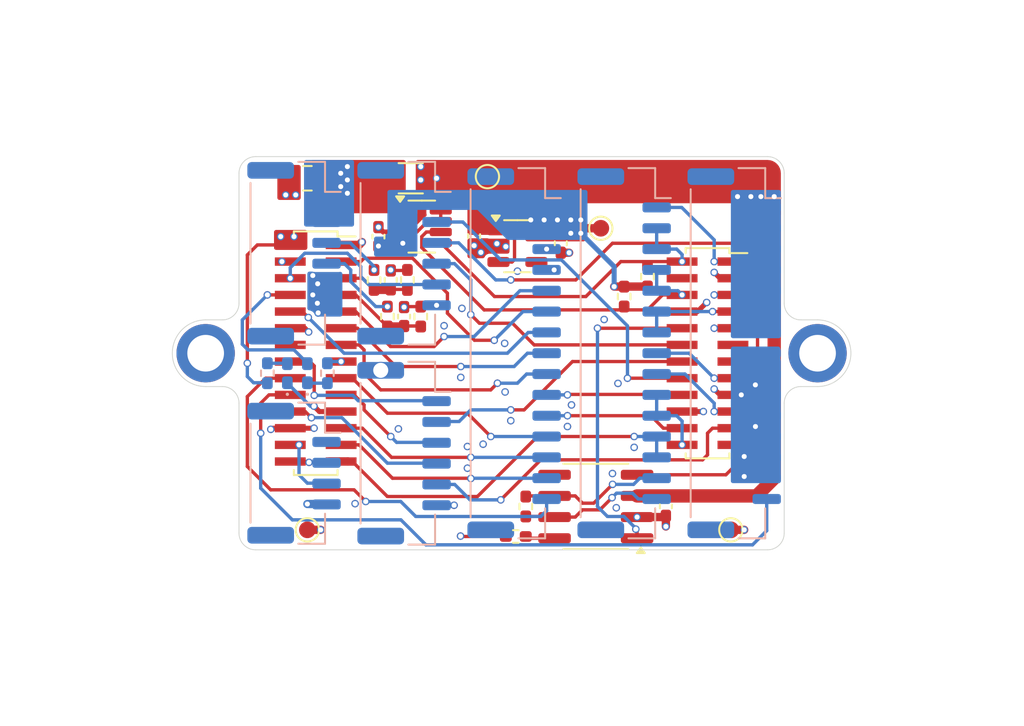
<source format=kicad_pcb>
(kicad_pcb (version 20240108) (generator "pcbnew") (generator_version "8.0")
  (layers (0 "F.Cu" signal) (1 "In1.Cu" signal) (2 "In2.Cu" signal) (31 "B.Cu" signal) (34 "B.Paste" user) (35 "F.Paste" user) (36 "B.SilkS" user "B.Silkscreen") (37 "F.SilkS" user "F.Silkscreen") (38 "B.Mask" user) (39 "F.Mask" user) (44 "Edge.Cuts" user))
  (net 0 "")
  (net 1 "+5V")
  (net 7 "USB_D+")
  (net 8 "USB_D-")
  (net 10 "GND")
  (net 15 "+3V3")
  (net 18 "PA6{slash}TIM3_CH1{slash}ADC1_IN6")
  (net 21 "NRST")
  (net 22 "SWO")
  (net 23 "SWDIO")
  (net 24 "SWCLK")
  (net 25 "PA8{slash}TIM1_CH1")
  (net 26 "PC4{slash}ADC1_IN14")
  (net 27 "PA2{slash}USART2_TX")
  (net 28 "PA15{slash}TIM2_CH1")
  (net 29 "PA10{slash}USART1_RX")
  (net 30 "PB9{slash}I2C1_SDA")
  (net 31 "PC6{slash}USART6_TX")
  (net 32 "PB13{slash}SPI2_SCK")
  (net 33 "/BOOT0")
  (net 34 "PB15{slash}SPI2_MOSI")
  (net 35 "PB8{slash}I2C1_SCL")
  (net 36 "PB7{slash}TIM4_CH2")
  (net 37 "PC7{slash}USART6_RX")
  (net 38 "PB14{slash}SPI2_MISO")
  (net 39 "PA9{slash}USART1_TX")
  (net 40 "PA3{slash}USART2_RX")
  (net 41 "PA1{slash}UART4_RX{slash}TIM5_CH2")
  (net 42 "PB1{slash}TIM3_CH4{slash}ADC1_IN9")
  (net 43 "PB11{slash}USART3_RX")
  (net 44 "PB10{slash}USART3_TX")
  (net 45 "PA7{slash}ADC1_IN7")
  (net 46 "PA0{slash}UART4_TX{slash}TIM5_CH1")
  (net 47 "PC0{slash}ADC1_IN10")
  (net 48 "PB0{slash}TIM3_CH3{slash}ADC1_IN8")
  (net 49 "/PC1")
  (net 50 "unconnected-(J14-MountPin-PadMP)_0")
  (net 51 "PA4{slash}ADC1_IN4{slash}DAC_OUT1")
  (net 52 "PC2{slash}ADC1_IN12")
  (net 53 "PB6{slash}CAN2_TX")
  (net 54 "PB12{slash}CAN2_RX")
  (net 55 "PC3{slash}ADC1_IN13")
  (net 56 "Net-(J6-Pin_1)")
  (net 58 "Net-(D1-K)")
  (net 59 "/BOOT1")
  (net 60 "Net-(D2-A)")
  (net 61 "Net-(J5-Pin_15)")
  (net 62 "Net-(J5-Pin_14)")
  (net 63 "Net-(U1-Rs)")
  (net 65 "Net-(J6-Pin_4)")
  (net 66 "Net-(J6-Pin_3)")
  (footprint "Resistor_SMD:R_0402_1005Metric_Pad0.72x0.64mm_HandSolder" (layer "F.Cu") (at 94 96.2 -90)
    (property "Reference" "R7")
    (property "Value" "10k")
  )
  (footprint "MountingHole:MountingHole_2.2mm_M2_ISO7380_Pad" (layer "F.Cu") (at 83.9 100.6)
    (property "Reference" "H2")
    (property "Value" "MountingHole_Pad")
  )
  (footprint "TestPoint:TestPoint_Pad_D1.0mm" (layer "F.Cu") (at 107.6 93.1)
    (property "Reference" "TP4")
    (property "Value" "TestPoint")
  )
  (footprint "Capacitor_SMD:C_0402_1005Metric_Pad0.74x0.62mm_HandSolder" (layer "F.Cu") (at 105.2 94 -90)
    (property "Reference" "C2")
    (property "Value" "1u")
  )
  (footprint "Package_TO_SOT_SMD:SOT-23-8" (layer "F.Cu") (at 96.8625 93)
    (property "Reference" "U3")
    (property "Value" "INA219AxDCN")
  )
  (footprint "Connector_PinSocket_1.00mm:PinSocket_2x12_P1.00mm_Vertical_SMD" (layer "F.Cu") (at 114 100.6)
    (property "Reference" "J1" (hide yes))
    (property "Value" "Conn_02x12_Odd_Even")
  )
  (footprint "Resistor_SMD:R_0402_1005Metric_Pad0.72x0.64mm_HandSolder" (layer "F.Cu") (at 110.4 96 90)
    (property "Reference" "R4")
    (property "Value" "2k2")
  )
  (footprint "Capacitor_SMD:C_0402_1005Metric_Pad0.74x0.62mm_HandSolder" (layer "F.Cu") (at 95.8 98.4 90)
    (property "Reference" "C10")
    (property "Value" "100n")
  )
  (footprint "TestPoint:TestPoint_Pad_D1.0mm" (layer "F.Cu") (at 100.8 90)
    (property "Reference" "TP1")
    (property "Value" "TestPoint")
  )
  (footprint "TestPoint:TestPoint_Pad_D1.0mm" (layer "F.Cu") (at 90 111.2)
    (property "Reference" "TP2")
    (property "Value" "TestPoint")
  )
  (footprint "Capacitor_SMD:C_0805_2012Metric_Pad1.18x1.45mm_HandSolder" (layer "F.Cu") (at 90 90.1 180)
    (property "Reference" "C5")
    (property "Value" "10u")
  )
  (footprint "MountingHole:MountingHole_2.2mm_M2_ISO7380_Pad" (layer "F.Cu") (at 120.6 100.6)
    (property "Reference" "H1")
    (property "Value" "MountingHole_Pad")
  )
  (footprint "Capacitor_SMD:C_0402_1005Metric_Pad0.74x0.62mm_HandSolder" (layer "F.Cu") (at 100 93.575 -90)
    (property "Reference" "C1")
    (property "Value" "1u")
  )
  (footprint "Resistor_SMD:R_1206_3216Metric_Pad1.30x1.75mm_HandSolder" (layer "F.Cu") (at 96.2 90.1 180)
    (property "Reference" "R11")
    (property "Value" "10m 1W 1%")
  )
  (footprint "TestPoint:TestPoint_Pad_D1.0mm" (layer "F.Cu") (at 115.4 111.2)
    (property "Reference" "TP3")
    (property "Value" "TestPoint")
  )
  (footprint "Resistor_SMD:R_0402_1005Metric_Pad0.72x0.64mm_HandSolder" (layer "F.Cu") (at 96 96.2 90)
    (property "Reference" "R9")
    (property "Value" "2M")
  )
  (footprint "Resistor_SMD:R_0402_1005Metric_Pad0.72x0.64mm_HandSolder" (layer "F.Cu") (at 103.1 109.8 90)
    (property "Reference" "R5")
    (property "Value" "120")
  )
  (footprint "Resistor_SMD:R_0402_1005Metric_Pad0.72x0.64mm_HandSolder" (layer "F.Cu") (at 96.8 98.4 90)
    (property "Reference" "R10")
    (property "Value" "2M")
  )
  (footprint "Capacitor_SMD:C_0402_1005Metric_Pad0.74x0.62mm_HandSolder" (layer "F.Cu") (at 111.5025 109.79 -90)
    (property "Reference" "C6")
    (property "Value" "100n")
  )
  (footprint "Capacitor_SMD:C_0402_1005Metric_Pad0.74x0.62mm_HandSolder" (layer "F.Cu") (at 95 96.2 90)
    (property "Reference" "C9")
    (property "Value" "100n")
  )
  (footprint "Capacitor_SMD:C_0402_1005Metric_Pad0.74x0.62mm_HandSolder" (layer "F.Cu") (at 94.2625 93.6 90)
    (property "Reference" "C3")
    (property "Value" "100n")
  )
  (footprint "Resistor_SMD:R_0402_1005Metric_Pad0.72x0.64mm_HandSolder" (layer "F.Cu") (at 94.8 98.4 -90)
    (property "Reference" "R8")
    (property "Value" "10k")
  )
  (footprint "Package_TO_SOT_SMD:SOT-23-5" (layer "F.Cu") (at 102.6 94.175)
    (property "Reference" "U2")
    (property "Value" "TLV70233_SOT23-5")
  )
  (footprint "Package_SO:SOIC-8_3.9x4.9mm_P1.27mm" (layer "F.Cu") (at 107.3 109.8 180)
    (property "Reference" "U1")
    (property "Value" "MCP2551-I-SN")
  )
  (footprint "Resistor_SMD:R_0402_1005Metric_Pad0.72x0.64mm_HandSolder" (layer "F.Cu") (at 102.5 111.6 180)
    (property "Reference" "R6")
    (property "Value" "10k")
  )
  (footprint "Connector_PinSocket_1.00mm:PinSocket_2x14_P1.00mm_Vertical_SMD" (layer "F.Cu") (at 90.5 100.6)
    (property "Reference" "J2" (hide yes))
    (property "Value" "Conn_02x14_Odd_Even")
  )
  (footprint "Resistor_SMD:R_0402_1005Metric_Pad0.72x0.64mm_HandSolder" (layer "F.Cu") (at 109 97.2 -90)
    (property "Reference" "R3")
    (property "Value" "2k2")
  )
  (footprint "Resistor_SMD:R_0402_1005Metric_Pad0.72x0.64mm_HandSolder" (layer "B.Cu") (at 91.2 101.8 90)
    (property "Reference" "R1")
    (property "Value" "1k")
  )
  (footprint "LED_SMD:LED_0402_1005Metric_Pad0.77x0.64mm_HandSolder" (layer "B.Cu") (at 88.8 101.8 90)
    (property "Reference" "D2")
    (property "Value" "RED")
  )
  (footprint "Connector_JST:JST_GH_BM06B-GHS-TBT_1x06-1MP_P1.25mm_Vertical" (layer "B.Cu") (at 95.8 106.6 -90)
    (property "Reference" "J14")
    (property "Value" "Conn_01x06_MountingPin")
  )
  (footprint "Connector_JST:JST_GH_BM06B-GHS-TBT_1x06-1MP_P1.25mm_Vertical" (layer "B.Cu") (at 89.2 94.6 -90)
    (property "Reference" "J6")
    (property "Value" "Conn_01x06_MountingPin")
  )
  (footprint "Connector_JST:JST_GH_BM15B-GHS-TBT_1x15-1MP_P1.25mm_Vertical" (layer "B.Cu") (at 109 100.6 -90)
    (property "Reference" "J5")
    (property "Value" "Conn_01x15_MountingPin")
  )
  (footprint "Resistor_SMD:R_0402_1005Metric_Pad0.72x0.64mm_HandSolder" (layer "B.Cu") (at 87.6 101.8 -90)
    (property "Reference" "R2")
    (property "Value" "1k")
  )
  (footprint "Connector_JST:JST_GH_BM15B-GHS-TBT_1x15-1MP_P1.25mm_Vertical" (layer "B.Cu") (at 102.4 100.6 -90)
    (property "Reference" "J7")
    (property "Value" "Conn_01x15_MountingPin")
  )
  (footprint "Connector_JST:JST_GH_BM04B-GHS-TBT_1x04-1MP_P1.25mm_Vertical" (layer "B.Cu") (at 89.2 107.8 -90)
    (property "Reference" "J9")
    (property "Value" "Conn_01x04_MountingPin")
  )
  (footprint "Connector_JST:JST_GH_BM15B-GHS-TBT_1x15-1MP_P1.25mm_Vertical" (layer "B.Cu") (at 115.6 100.6 -90)
    (property "Reference" "J8")
    (property "Value" "Conn_01x15_MountingPin")
  )
  (footprint "LED_SMD:LED_0402_1005Metric_Pad0.77x0.64mm_HandSolder" (layer "B.Cu") (at 90 101.8 90)
    (property "Reference" "D1")
    (property "Value" "GREEN")
  )
  (footprint "Connector_JST:JST_GH_BM06B-GHS-TBT_1x06-1MP_P1.25mm_Vertical" (layer "B.Cu") (at 95.8 94.6 -90)
    (property "Reference" "J4")
    (property "Value" "Conn_01x06_MountingPin")
  )
  (gr_arc (start 117.6 88.8) (mid 118.307107 89.092893) (end 118.6 89.8) (stroke (width 0.05)) (layer "Edge.Cuts"))
  (gr_line (start 86.9 88.8) (end 117.6 88.8) (stroke (width 0.05)) (layer "Edge.Cuts"))
  (gr_line (start 85.9 97.6) (end 85.9 89.8) (stroke (width 0.05)) (layer "Edge.Cuts"))
  (gr_arc (start 84.9 102.6) (mid 85.607107 102.892893) (end 85.9 103.6) (stroke (width 0.05)) (layer "Edge.Cuts"))
  (gr_arc (start 83.9 102.6) (mid 81.9 100.6) (end 83.9 98.6) (stroke (width 0.05)) (layer "Edge.Cuts"))
  (gr_arc (start 86.9 112.4) (mid 86.192893 112.107107) (end 85.9 111.4) (stroke (width 0.05)) (layer "Edge.Cuts"))
  (gr_line (start 118.6 97.6) (end 118.6 89.8) (stroke (width 0.05)) (layer "Edge.Cuts"))
  (gr_line (start 118.6 103.6) (end 118.6 111.4) (stroke (width 0.05)) (layer "Edge.Cuts"))
  (gr_arc (start 85.9 97.6) (mid 85.607107 98.307107) (end 84.9 98.6) (stroke (width 0.05)) (layer "Edge.Cuts"))
  (gr_arc (start 118.6 111.4) (mid 118.307107 112.107107) (end 117.6 112.4) (stroke (width 0.05)) (layer "Edge.Cuts"))
  (gr_arc (start 120.6 98.6) (mid 122.6 100.6) (end 120.6 102.6) (stroke (width 0.05)) (layer "Edge.Cuts"))
  (gr_line (start 120.6 102.6) (end 119.6 102.6) (stroke (width 0.05)) (layer "Edge.Cuts"))
  (gr_arc (start 118.6 103.6) (mid 118.892893 102.892893) (end 119.6 102.6) (stroke (width 0.05)) (layer "Edge.Cuts"))
  (gr_line (start 117.6 112.4) (end 86.9 112.4) (stroke (width 0.05)) (layer "Edge.Cuts"))
  (gr_line (start 83.9 102.6) (end 84.9 102.6) (stroke (width 0.05)) (layer "Edge.Cuts"))
  (gr_arc (start 85.9 89.8) (mid 86.192893 89.092893) (end 86.9 88.8) (stroke (width 0.05)) (layer "Edge.Cuts"))
  (gr_line (start 120.6 98.6) (end 119.6 98.6) (stroke (width 0.05)) (layer "Edge.Cuts"))
  (gr_arc (start 119.6 98.6) (mid 118.892893 98.307107) (end 118.6 97.6) (stroke (width 0.05)) (layer "Edge.Cuts"))
  (gr_line (start 85.9 103.6) (end 85.9 111.4) (stroke (width 0.05)) (layer "Edge.Cuts"))
  (gr_line (start 83.9 98.6) (end 84.9 98.6) (stroke (width 0.05)) (layer "Edge.Cuts"))
  (segment (start 116.935 109.165) (end 109.775 109.165) (width 0.8) (layer "F.Cu") (net 1))
  (segment (start 86.4 94.7) (end 87 94.1) (width 0.2) (layer "F.Cu") (net 1))
  (segment (start 118 91.2) (end 118 108.1) (width 0.8) (layer "F.Cu") (net 1))
  (segment (start 101.4625 93.225) (end 100.2175 93.225) (width 0.5) (layer "F.Cu") (net 1))
  (segment (start 109.775 109.165) (end 111.445 109.165) (width 0.5) (layer "F.Cu") (net 1))
  (segment (start 102.425 93.425) (end 102.225 93.225) (width 0.2) (layer "F.Cu") (net 1))
  (segment (start 87 94.1) (end 88.475 94.1) (width 0.2) (layer "F.Cu") (net 1))
  (segment (start 102.425 94.975) (end 102.425 93.425) (width 0.2) (layer "F.Cu") (net 1))
  (segment (start 118 108.1) (end 116.935 109.165) (width 0.8) (layer "F.Cu") (net 1))
  (segment (start 86.4 101.2) (end 86.4 94.7) (width 0.2) (layer "F.Cu") (net 1))
  (segment (start 111.445 109.165) (end 111.5025 109.2225) (width 0.5) (layer "F.Cu") (net 1))
  (segment (start 102.275 95.125) (end 102.425 94.975) (width 0.2) (layer "F.Cu") (net 1))
  (segment (start 101.4625 95.125) (end 102.275 95.125) (width 0.2) (layer "F.Cu") (net 1))
  (segment (start 100.2175 93.225) (end 100 93.0075) (width 0.5) (layer "F.Cu") (net 1))
  (segment (start 102.225 93.225) (end 101.4625 93.225) (width 0.2) (layer "F.Cu") (net 1))
  (via (at 88.4 93.6) (size 0.45) (drill 0.3) (layers "F.Cu" "B.Cu") (net 1))
  (via (at 115.8 91.2) (size 0.45) (drill 0.3) (layers "F.Cu" "B.Cu") (net 1))
  (via (at 116.6 91.2) (size 0.45) (drill 0.3) (layers "F.Cu" "B.Cu") (net 1))
  (via (at 97.75 90.1) (size 0.45) (drill 0.3) (layers "F.Cu" "B.Cu") (net 1))
  (via (at 117.2 91.2) (size 0.45) (drill 0.3) (layers "F.Cu" "B.Cu") (net 1))
  (via (at 89.2 93.6) (size 0.45) (drill 0.3) (layers "F.Cu" "B.Cu") (net 1))
  (via (at 86.4 101.2) (size 0.45) (drill 0.3) (layers "F.Cu" "B.Cu") (net 1))
  (via (at 96.8 90.2) (size 0.45) (drill 0.3) (layers "F.Cu" "B.Cu") (net 1))
  (via (at 96.8 89.4) (size 0.45) (drill 0.3) (layers "F.Cu" "B.Cu") (net 1))
  (via (at 118 91.2) (size 0.45) (drill 0.3) (layers "F.Cu" "B.Cu") (net 1))
  (segment (start 86.772501 102.372501) (end 87.6 102.372501) (width 0.2) (layer "B.Cu") (net 1))
  (segment (start 86.4 102) (end 86.772501 102.372501) (width 0.2) (layer "B.Cu") (net 1))
  (segment (start 86.4 101.2) (end 86.4 102) (width 0.2) (layer "B.Cu") (net 1))
  (segment (start 90.1 107.15) (end 90.05 107.1) (width 0.2) (layer "F.Cu") (net 7))
  (segment (start 90.05 107.1) (end 88.975 107.1) (width 0.2) (layer "F.Cu") (net 7))
  (via (at 90.1 107.15) (size 0.45) (drill 0.3) (layers "F.Cu" "B.Cu") (net 7))
  (segment (start 90.1 107.15) (end 91.15 107.15) (width 0.2) (layer "B.Cu") (net 7))
  (segment (start 88.975 106.1) (end 89.5 106.1) (width 0.2) (layer "F.Cu") (net 8))
  (via (at 89.5 106.1) (size 0.45) (drill 0.3) (layers "F.Cu" "B.Cu") (net 8))
  (segment (start 89.5 106.1) (end 89.5 107.9) (width 0.2) (layer "B.Cu") (net 8))
  (segment (start 89.5 107.9) (end 90 108.4) (width 0.2) (layer "B.Cu") (net 8))
  (segment (start 90 108.4) (end 91.15 108.4) (width 0.2) (layer "B.Cu") (net 8))
  (segment (start 90.4 105.1) (end 88.975 105.1) (width 0.3) (layer "F.Cu") (net 10))
  (segment (start 96.571814 93.325) (end 95.725 93.325) (width 0.2) (layer "F.Cu") (net 10))
  (segment (start 89.850002 99.1) (end 88.475 99.1) (width 0.3) (layer "F.Cu") (net 10))
  (segment (start 113.401367 98.1) (end 112.475 98.1) (width 0.3) (layer "F.Cu") (net 10))
  (segment (start 94.2625 93.0325) (end 94.555 93.325) (width 0.3) (layer "F.Cu") (net 10))
  (segment (start 100 94.1425) (end 100.0325 94.175) (width 0.5) (layer "F.Cu") (net 10))
  (segment (start 109.775 110.435) (end 111.425 110.435) (width 0.5) (layer "F.Cu") (net 10))
  (segment (start 114.749997 96.1) (end 116.225 96.1) (width 0.3) (layer "F.Cu") (net 10))
  (segment (start 100.0325 94.175) (end 101.4625 94.175) (width 0.5) (layer "F.Cu") (net 10))
  (segment (start 111.425 110.435) (end 111.5025 110.3575) (width 0.5) (layer "F.Cu") (net 10))
  (segment (start 98 92.675) (end 97.221814 92.675) (width 0.2) (layer "F.Cu") (net 10))
  (segment (start 101.4625 94.120036) (end 101.365838 94.023374) (width 0.2) (layer "F.Cu") (net 10))
  (segment (start 113.749997 104.1) (end 112.475 104.1) (width 0.3) (layer "F.Cu") (net 10))
  (segment (start 95.23 95.6325) (end 95.2 95.6025) (width 0.2) (layer "F.Cu") (net 10))
  (segment (start 90.719413 104.1) (end 92.025 104.1) (width 0.3) (layer "F.Cu") (net 10))
  (segment (start 87.876022 105.1) (end 87.80742 105.168602) (width 0.3) (layer "F.Cu") (net 10))
  (segment (start 96 95.6325) (end 95.03 95.6325) (width 0.2) (layer "F.Cu") (net 10))
  (segment (start 111.5025 111) (end 111.5025 110.3575) (width 0.5) (layer "F.Cu") (net 10))
  (segment (start 114.4 99.1) (end 115.525 99.1) (width 0.3) (layer "F.Cu") (net 10))
  (segment (start 90 111.2) (end 90.8 111.2) (width 0.5) (layer "F.Cu") (net 10))
  (segment (start 115.525 96.1) (end 114.749997 96.1) (width 0.3) (layer "F.Cu") (net 10))
  (segment (start 101.4625 94.175) (end 101.4625 94.120036) (width 0.2) (layer "F.Cu") (net 10))
  (segment (start 115.4 111.2) (end 116.2 111.2) (width 0.5) (layer "F.Cu") (net 10))
  (segment (start 93.1 94.1) (end 91.525 94.1) (width 0.5) (layer "F.Cu") (net 10))
  (segment (start 95.83 97.8025) (end 95.8 97.8325) (width 0.2) (layer "F.Cu") (net 10))
  (segment (start 114.4 95.750003) (end 114.749997 96.1) (width 0.3) (layer "F.Cu") (net 10))
  (segment (start 94.555 93.325) (end 95.725 93.325) (width 0.3) (layer "F.Cu") (net 10))
  (segment (start 105.7 94.5675) (end 105.2 94.5675) (width 0.5) (layer "F.Cu") (net 10))
  (segment (start 100 94.1425) (end 100.406588 94.549088) (width 0.2) (layer "F.Cu") (net 10))
  (segment (start 114.749997 103.1) (end 114.4 102.750003) (width 0.3) (layer "F.Cu") (net 10))
  (segment (start 90.075001 99.324999) (end 89.850002 99.1) (width 0.3) (layer "F.Cu") (net 10))
  (segment (start 97.221814 92.675) (end 96.571814 93.325) (width 0.2) (layer "F.Cu") (net 10))
  (segment (start 109.775 110.435) (end 109.69162 110.435) (width 0.3) (layer "F.Cu") (net 10))
  (segment (start 114.4 97.1) (end 115.525 97.1) (width 0.3) (layer "F.Cu") (net 10))
  (segment (start 113.947463 97.553904) (end 113.401367 98.1) (width 0.3) (layer "F.Cu") (net 10))
  (segment (start 101.4625 94.175) (end 101.875 94.175) (width 0.2) (layer "F.Cu") (net 10))
  (segment (start 96.8 97.8025) (end 95.83 97.8025) (width 0.2) (layer "F.Cu") (net 10))
  (segment (start 90.396045 103.776632) (end 90.719413 104.1) (width 0.3) (layer "F.Cu") (net 10))
  (segment (start 88.975 105.1) (end 87.876022 105.1) (width 0.3) (layer "F.Cu") (net 10))
  (segment (start 98 92.025) (end 98 92.675) (width 0.2) (layer "F.Cu") (net 10))
  (segment (start 115.525 103.1) (end 114.749997 103.1) (width 0.3) (layer "F.Cu") (net 10))
  (segment (start 93.271232 93.928768) (end 93.1 94.1) (width 0.5) (layer "F.Cu") (net 10))
  (segment (start 99.211905 111.6) (end 101.9025 111.6) (width 0.2) (layer "F.Cu") (net 10))
  (segment (start 101.875 94.175) (end 101.9 94.2) (width 0.2) (layer "F.Cu") (net 10))
  (segment (start 99.186905 111.575) (end 99.211905 111.6) (width 0.2) (layer "F.Cu") (net 10))
  (via (at 97.75 97.725) (size 0.45) (drill 0.3) (layers "F.Cu" "B.Cu") (net 10))
  (via (at 114.4 102.750003) (size 0.45) (drill 0.3) (layers "F.Cu" "B.Cu") (net 10))
  (via (at 90.8 111.2) (size 0.45) (drill 0.3) (layers "F.Cu" "B.Cu") (net 10))
  (via (at 90.396045 103.776632) (size 0.45) (drill 0.3) (layers "F.Cu" "B.Cu") (net 10))
  (via (at 116.87073 102.5) (size 0.45) (drill 0.3) (layers "F.Cu" "B.Cu") (net 10))
  (via (at 114.4 97.1) (size 0.45) (drill 0.3) (layers "F.Cu" "B.Cu") (net 10))
  (via (at 95.459621 105.140379) (size 0.45) (drill 0.3) (layers "F.Cu" "B.Cu") (net 10))
  (via (at 88.7 91.1) (size 0.45) (drill 0.3) (layers "F.Cu" "B.Cu") (net 10))
  (via (at 101.859621 102.925) (size 0.45) (drill 0.3) (layers "F.Cu" "B.Cu") (net 10))
  (via (at 101.365838 94.023374) (size 0.45) (drill 0.3) (layers "F.Cu" "B.Cu") (net 10))
  (via (at 105.841405 103.703512) (size 0.45) (drill 0.3) (layers "F.Cu" "B.Cu") (net 10))
  (via (at 92.025 101.1) (size 0.45) (drill 0.3) (layers "F.Cu" "B.Cu") (net 10))
  (via (at 98.8 109.725) (size 0.45) (drill 0.3) (layers "F.Cu" "B.Cu") (net 10))
  (via (at 93.271232 93.928768) (size 0.45) (drill 0.3) (layers "F.Cu" "B.Cu") (net 10))
  (via (at 114.4 99.1) (size 0.45) (drill 0.3) (layers "F.Cu" "B.Cu") (net 10))
  (via (at 116.025 103.1) (size 0.45) (drill 0.3) (layers "F.Cu" "B.Cu") (net 10))
  (via (at 98.2 98.949997) (size 0.45) (drill 0.3) (layers "F.Cu" "B.Cu") (net 10))
  (via (at 102.2 104.650003) (size 0.45) (drill 0.3) (layers "F.Cu" "B.Cu") (net 10))
  (via (at 90.325002 95.936193) (size 0.45) (drill 0.3) (layers "F.Cu" "B.Cu") (net 10))
  (via (at 90.325002 97.1) (size 0.45) (drill 0.3) (layers "F.Cu" "B.Cu") (net 10))
  (via (at 108.298812 107.820414) (size 0.45) (drill 0.3) (layers "F.Cu" "B.Cu") (net 10))
  (via (at 90.6 97.6) (size 0.45) (drill 0.3) (layers "F.Cu" "B.Cu") (net 10))
  (via (at 111.5025 111) (size 0.45) (drill 0.3) (layers "F.Cu" "B.Cu") (net 10))
  (via (at 108.528885 109.875) (size 0.45) (drill 0.3) (layers "F.Cu" "B.Cu") (net 10))
  (via (at 90.645866 98.178394) (size 0.45) (drill 0.3) (layers "F.Cu" "B.Cu") (net 10))
  (via (at 109.775 110.435) (size 0.45) (drill 0.3) (layers "F.Cu" "B.Cu") (net 10))
  (via (at 105.7 94.5675) (size 0.45) (drill 0.3) (layers "F.Cu" "B.Cu") (net 10))
  (via (at 94.2625 93.0325) (size 0.45) (drill 0.3) (layers "F.Cu" "B.Cu") (net 10))
  (via (at 92.86262 109.627475) (size 0.45) (drill 0.3) (layers "F.Cu" "B.Cu") (net 10))
  (via (at 116.2 111.2) (size 0.45) (drill 0.3) (layers "F.Cu" "B.Cu") (net 10))
  (via (at 99.6 107.500003) (size 0.45) (drill 0.3) (layers "F.Cu" "B.Cu") (net 10))
  (via (at 104.35 94.35) (size 0.45) (drill 0.3) (layers "F.Cu" "B.Cu") (net 10))
  (via (at 101.9 94.2) (size 0.45) (drill 0.3) (layers "F.Cu" "B.Cu") (net 10))
  (via (at 99.6 106.199997) (size 0.45) (drill 0.3) (layers "F.Cu" "B.Cu") (net 10))
  (via (at 100.406588 94.549088) (size 0.45) (drill 0.3) (layers "F.Cu" "B.Cu") (net 10))
  (via (at 107.8 98.575) (size 0.45) (drill 0.3) (layers "F.Cu" "B.Cu") (net 10))
  (via (at 116.2 108) (size 0.45) (drill 0.3) (layers "F.Cu" "B.Cu") (net 10))
  (via (at 113.749997 104.1) (size 0.45) (drill 0.3) (layers "F.Cu" "B.Cu") (net 10))
  (via (at 90 109.65) (size 0.45) (drill 0.3) (layers "F.Cu" "B.Cu") (net 10))
  (via (at 95.8 97.832502) (size 0.45) (drill 0.3) (layers "F.Cu" "B.Cu") (net 10))
  (via (at 116.875002 105) (size 0.45) (drill 0.3) (layers "F.Cu" "B.Cu") (net 10))
  (via (at 104.8 95.6) (size 0.45) (drill 0.3) (layers "F.Cu" "B.Cu") (net 10))
  (via (at 100.540379 106.059621) (size 0.45) (drill 0.3) (layers "F.Cu" "B.Cu") (net 10))
  (via (at 89.3 91.1) (size 0.45) (drill 0.3) (layers "F.Cu" "B.Cu") (net 10))
  (via (at 102.6 95.675) (size 0.45) (drill 0.3) (layers "F.Cu" "B.Cu") (net 10))
  (via (at 105.6 105.000003) (size 0.45) (drill 0.3) (layers "F.Cu" "B.Cu") (net 10))
  (via (at 99.186905 111.575) (size 0.45) (drill 0.3) (layers "F.Cu" "B.Cu") (net 10))
  (via (at 88.475 95.1) (size 0.45) (drill 0.3) (layers "F.Cu" "B.Cu") (net 10))
  (via (at 90.4 105.1) (size 0.45) (drill 0.3) (layers "F.Cu" "B.Cu") (net 10))
  (via (at 100 94.1425) (size 0.45) (drill 0.3) (layers "F.Cu" "B.Cu") (net 10))
  (via (at 87.80742 105.168602) (size 0.45) (drill 0.3) (layers "F.Cu" "B.Cu") (net 10))
  (via (at 95 95.6025) (size 0.45) (drill 0.3) (layers "F.Cu" "B.Cu") (net 10))
  (via (at 114.4 95.750003) (size 0.45) (drill 0.3) (layers "F.Cu" "B.Cu") (net 10))
  (via (at 99.269094 97.90753) (size 0.45) (drill 0.3) (layers "F.Cu" "B.Cu") (net 10))
  (via (at 109.6 106.250003) (size 0.45) (drill 0.3) (layers "F.Cu" "B.Cu") (net 10))
  (via (at 90.075001 99.324999) (size 0.45) (drill 0.3) (layers "F.Cu" "B.Cu") (net 10))
  (via (at 108.629141 102.410842) (size 0.45) (drill 0.3) (layers "F.Cu" "B.Cu") (net 10))
  (via (at 101.83242 100.007698) (size 0.45) (drill 0.3) (layers "F.Cu" "B.Cu") (net 10))
  (via (at 116.2 106.8) (size 0.45) (drill 0.3) (layers "F.Cu" "B.Cu") (net 10))
  (via (at 99.2 102.050003) (size 0.45) (drill 0.3) (layers "F.Cu" "B.Cu") (net 10))
  (via (at 113.947463 97.553904) (size 0.45) (drill 0.3) (layers "F.Cu" "B.Cu") (net 10))
  (via (at 90.618258 96.430793) (size 0.45) (drill 0.3) (layers "F.Cu" "B.Cu") (net 10))
  (segment (start 91.15 97.725) (end 90.725 97.725) (width 0.2) (layer "B.Cu") (net 10))
  (segment (start 90 109.65) (end 91.15 109.65) (width 0.5) (layer "B.Cu") (net 10))
  (segment (start 88.8 102.3975) (end 90.179132 103.776632) (width 0.2) (layer "B.Cu") (net 10))
  (segment (start 90.179132 103.776632) (end 90.396045 103.776632) (width 0.2) (layer "B.Cu") (net 10))
  (segment (start 92.025 101.1) (end 91.327499 101.1) (width 0.2) (layer "B.Cu") (net 10))
  (segment (start 90.725 97.725) (end 90.6 97.6) (width 0.2) (layer "B.Cu") (net 10))
  (segment (start 90.662465 96.475) (end 90.618258 96.430793) (width 0.2) (layer "B.Cu") (net 10))
  (segment (start 91.130717 97.725) (end 91.15 97.725) (width 0.2) (layer "B.Cu") (net 10))
  (segment (start 91.327499 101.1) (end 91.2 101.227499) (width 0.2) (layer "B.Cu") (net 10))
  (segment (start 104.35 95.6) (end 104.8 95.6) (width 0.3) (layer "B.Cu") (net 10))
  (segment (start 98.8 109.725) (end 97.75 109.725) (width 0.3) (layer "B.Cu") (net 10))
  (segment (start 91.15 96.475) (end 90.662465 96.475) (width 0.2) (layer "B.Cu") (net 10))
  (segment (start 108.4 96.6) (end 110.3975 96.6) (width 0.5) (layer "F.Cu") (net 15))
  (segment (start 110.3975 96.6) (end 110.4 96.5975) (width 0.5) (layer "F.Cu") (net 15))
  (segment (start 107.6 93.1) (end 105.5325 93.1) (width 0.5) (layer "F.Cu") (net 15))
  (segment (start 94.455 93.975) (end 94.2625 94.1675) (width 0.3) (layer "F.Cu") (net 15))
  (segment (start 95.725 93.975) (end 94.455 93.975) (width 0.3) (layer "F.Cu") (net 15))
  (segment (start 105.5325 93.1) (end 105.2 93.4325) (width 0.5) (layer "F.Cu") (net 15))
  (via (at 106.4 93.4) (size 0.45) (drill 0.3) (layers "F.Cu" "B.Cu") (net 15))
  (via (at 105 92.6) (size 0.45) (drill 0.3) (layers "F.Cu" "B.Cu") (net 15))
  (via (at 104.2 92.6) (size 0.45) (drill 0.3) (layers "F.Cu" "B.Cu") (net 15))
  (via (at 105.8 93.4) (size 0.45) (drill 0.3) (layers "F.Cu" "B.Cu") (net 15))
  (via (at 105.8 92.6) (size 0.45) (drill 0.3) (layers "F.Cu" "B.Cu") (net 15))
  (via (at 108.4 96.6) (size 0.45) (drill 0.3) (layers "F.Cu" "B.Cu") (net 15))
  (via (at 94.2625 94.1675) (size 0.45) (drill 0.3) (layers "F.Cu" "B.Cu") (net 15))
  (via (at 103.4 92.6) (size 0.45) (drill 0.3) (layers "F.Cu" "B.Cu") (net 15))
  (via (at 106.4 92.6) (size 0.45) (drill 0.3) (layers "F.Cu" "B.Cu") (net 15))
  (via (at 95.725 93.999999) (size 0.45) (drill 0.3) (layers "F.Cu" "B.Cu") (net 15))
  (segment (start 108.4 95.4) (end 106.4 93.4) (width 0.3) (layer "B.Cu") (net 15))
  (segment (start 108.4 96.6) (end 108.4 95.4) (width 0.3) (layer "B.Cu") (net 15))
  (segment (start 90.15 101.1) (end 88.275 101.1) (width 0.2) (layer "F.Cu") (net 18))
  (segment (start 90.410595 103.126793) (end 90.410595 101.360595) (width 0.2) (layer "F.Cu") (net 18))
  (segment (start 90.410595 101.360595) (end 90.15 101.1) (width 0.2) (layer "F.Cu") (net 18))
  (via (at 90.410595 103.126793) (size 0.45) (drill 0.3) (layers "F.Cu" "B.Cu") (net 18))
  (segment (start 93.05 103.45) (end 97.75 103.45) (width 0.2) (layer "B.Cu") (net 18))
  (segment (start 90.410595 103.126793) (end 92.726793 103.126793) (width 0.2) (layer "B.Cu") (net 18))
  (segment (start 92.726793 103.126793) (end 93.05 103.45) (width 0.2) (layer "B.Cu") (net 18))
  (segment (start 88.975 96.1) (end 88.475 96.1) (width 0.2) (layer "F.Cu") (net 21))
  (via (at 88.975 96.1) (size 0.45) (drill 0.3) (layers "F.Cu" "B.Cu") (net 21))
  (segment (start 88.975 96.1) (end 88.975 95.467224) (width 0.2) (layer "B.Cu") (net 21))
  (segment (start 93.675 96.475) (end 97.75 96.475) (width 0.2) (layer "B.Cu") (net 21))
  (segment (start 88.975 95.467224) (end 89.842224 94.6) (width 0.2) (layer "B.Cu") (net 21))
  (segment (start 92.4 94.6) (end 93.2 95.4) (width 0.2) (layer "B.Cu") (net 21))
  (segment (start 93.2 96) (end 93.675 96.475) (width 0.2) (layer "B.Cu") (net 21))
  (segment (start 89.842224 94.6) (end 92.4 94.6) (width 0.2) (layer "B.Cu") (net 21))
  (segment (start 93.2 95.4) (end 93.2 96) (width 0.2) (layer "B.Cu") (net 21))
  (segment (start 103.6 100.1) (end 112.975 100.1) (width 0.2) (layer "F.Cu") (net 22))
  (segment (start 99.8 98.282553) (end 100.317447 98.8) (width 0.2) (layer "F.Cu") (net 22))
  (segment (start 100.317447 98.8) (end 102.3 98.8) (width 0.2) (layer "F.Cu") (net 22))
  (segment (start 102.3 98.8) (end 103.6 100.1) (width 0.2) (layer "F.Cu") (net 22))
  (via (at 99.8 98.282553) (size 0.45) (drill 0.3) (layers "F.Cu" "B.Cu") (net 22))
  (segment (start 99.8 98.282553) (end 99.8 96.2) (width 0.2) (layer "B.Cu") (net 22))
  (segment (start 98.825 95.225) (end 97.75 95.225) (width 0.2) (layer "B.Cu") (net 22))
  (segment (start 99.8 96.2) (end 98.825 95.225) (width 0.2) (layer "B.Cu") (net 22))
  (segment (start 109.2 102.1) (end 112.975 102.1) (width 0.2) (layer "F.Cu") (net 23))
  (via (at 109.2 102.1) (size 0.45) (drill 0.3) (layers "F.Cu" "B.Cu") (net 23))
  (segment (start 101.6 95) (end 105.240552 95) (width 0.2) (layer "B.Cu") (net 23))
  (segment (start 99.325 92.725) (end 101.6 95) (width 0.2) (layer "B.Cu") (net 23))
  (segment (start 105.240552 95) (end 109.2 98.959448) (width 0.2) (layer "B.Cu") (net 23))
  (segment (start 109.2 98.959448) (end 109.2 102.1) (width 0.2) (layer "B.Cu") (net 23))
  (segment (start 97.75 92.725) (end 99.325 92.725) (width 0.2) (layer "B.Cu") (net 23))
  (segment (start 116.3875 94) (end 117 94.6125) (width 0.2) (layer "F.Cu") (net 24))
  (segment (start 108.3 94) (end 116.3875 94) (width 0.2) (layer "F.Cu") (net 24))
  (segment (start 102.2 96.2) (end 106.1 96.2) (width 0.2) (layer "F.Cu") (net 24))
  (segment (start 116.7 101.1) (end 116.025 101.1) (width 0.2) (layer "F.Cu") (net 24))
  (segment (start 117 100.8) (end 116.7 101.1) (width 0.2) (layer "F.Cu") (net 24))
  (segment (start 106.1 96.2) (end 108.3 94) (width 0.2) (layer "F.Cu") (net 24))
  (segment (start 117 94.6125) (end 117 100.8) (width 0.2) (layer "F.Cu") (net 24))
  (via (at 102.2 96.2) (size 0.45) (drill 0.3) (layers "F.Cu" "B.Cu") (net 24))
  (segment (start 101.3 96.2) (end 99.075 93.975) (width 0.2) (layer "B.Cu") (net 24))
  (segment (start 99.075 93.975) (end 97.75 93.975) (width 0.2) (layer "B.Cu") (net 24))
  (segment (start 102.2 96.2) (end 101.3 96.2) (width 0.2) (layer "B.Cu") (net 24))
  (segment (start 97.725 94) (end 97.75 93.975) (width 0.2) (layer "B.Cu") (net 24))
  (segment (start 114 106.7) (end 114 105.4) (width 0.2) (layer "F.Cu") (net 25))
  (segment (start 114.3 105.1) (end 116.025 105.1) (width 0.2) (layer "F.Cu") (net 25))
  (segment (start 114 105.4) (end 114.3 105.1) (width 0.2) (layer "F.Cu") (net 25))
  (segment (start 104 107) (end 113.7 107) (width 0.2) (layer "F.Cu") (net 25))
  (segment (start 113.7 107) (end 114 106.7) (width 0.2) (layer "F.Cu") (net 25))
  (segment (start 101.6 109.4) (end 104 107) (width 0.2) (layer "F.Cu") (net 25))
  (via (at 101.6 109.4) (size 0.45) (drill 0.3) (layers "F.Cu" "B.Cu") (net 25))
  (segment (start 99.757776 109.4) (end 98.832776 108.475) (width 0.2) (layer "B.Cu") (net 25))
  (segment (start 101.6 109.4) (end 99.757776 109.4) (width 0.2) (layer "B.Cu") (net 25))
  (segment (start 98.832776 108.475) (end 97.75 108.475) (width 0.2) (layer "B.Cu") (net 25))
  (segment (start 101 105.6) (end 99.6 104.2) (width 0.2) (layer "F.Cu") (net 26))
  (segment (start 99.6 104.2) (end 94.8 104.2) (width 0.2) (layer "F.Cu") (net 26))
  (segment (start 94.8 104.2) (end 92.7 102.1) (width 0.2) (layer "F.Cu") (net 26))
  (segment (start 92.7 102.1) (end 91.525 102.1) (width 0.2) (layer "F.Cu") (net 26))
  (via (at 101 105.6) (size 0.45) (drill 0.3) (layers "F.Cu" "B.Cu") (net 26))
  (segment (start 101 105.6) (end 104.35 105.6) (width 0.2) (layer "B.Cu") (net 26))
  (segment (start 98.4 97) (end 96.62 95.22) (width 0.2) (layer "F.Cu") (net 27))
  (segment (start 96.62 95.210028) (end 96.309972 94.9) (width 0.2) (layer "F.Cu") (net 27))
  (segment (start 98.4 98.2) (end 98.4 97) (width 0.2) (layer "F.Cu") (net 27))
  (segment (start 96.309972 94.9) (end 93.4 94.9) (width 0.2) (layer "F.Cu") (net 27))
  (segment (start 100.022974 99.822974) (end 98.4 98.2) (width 0.2) (layer "F.Cu") (net 27))
  (segment (start 96.62 95.22) (end 96.62 95.210028) (width 0.2) (layer "F.Cu") (net 27))
  (segment (start 93.2 95.1) (end 91.525 95.1) (width 0.2) (layer "F.Cu") (net 27))
  (segment (start 101.209219 99.822974) (end 100.022974 99.822974) (width 0.2) (layer "F.Cu") (net 27))
  (segment (start 93.4 94.9) (end 93.2 95.1) (width 0.2) (layer "F.Cu") (net 27))
  (via (at 101.209219 99.822974) (size 0.45) (drill 0.3) (layers "F.Cu" "B.Cu") (net 27))
  (segment (start 102.932193 98.1) (end 104.35 98.1) (width 0.2) (layer "B.Cu") (net 27))
  (segment (start 101.209219 99.822974) (end 102.932193 98.1) (width 0.2) (layer "B.Cu") (net 27))
  (segment (start 103 104) (end 105.9 101.1) (width 0.2) (layer "F.Cu") (net 28))
  (segment (start 102.2 104) (end 103 104) (width 0.2) (layer "F.Cu") (net 28))
  (segment (start 105.9 101.1) (end 112.975 101.1) (width 0.2) (layer "F.Cu") (net 28))
  (via (at 102.2 104) (size 0.45) (drill 0.3) (layers "F.Cu" "B.Cu") (net 28))
  (segment (start 102.2 104) (end 99.8 104) (width 0.2) (layer "B.Cu") (net 28))
  (segment (start 99.1 104.7) (end 97.75 104.7) (width 0.2) (layer "B.Cu") (net 28))
  (segment (start 99.8 104) (end 99.1 104.7) (width 0.2) (layer "B.Cu") (net 28))
  (segment (start 114.4 102.1) (end 116.025 102.1) (width 0.2) (layer "F.Cu") (net 29))
  (via (at 114.4 102.1) (size 0.45) (drill 0.3) (layers "F.Cu" "B.Cu") (net 29))
  (segment (start 112.9 100.6) (end 110.95 100.6) (width 0.2) (layer "B.Cu") (net 29))
  (segment (start 114.4 102.1) (end 112.9 100.6) (width 0.2) (layer "B.Cu") (net 29))
  (segment (start 96.8625 94.2625) (end 96.8625 93.6) (width 0.2) (layer "F.Cu") (net 30))
  (segment (start 112.475 97.1) (end 111.3 97.1) (width 0.2) (layer "F.Cu") (net 30))
  (segment (start 110.4 98) (end 100.6 98) (width 0.2) (layer "F.Cu") (net 30))
  (segment (start 112.475 97.1) (end 112 97.1) (width 0.2) (layer "F.Cu") (net 30))
  (segment (start 111.3 97.1) (end 110.4 98) (width 0.2) (layer "F.Cu") (net 30))
  (segment (start 97.1375 93.325) (end 98 93.325) (width 0.2) (layer "F.Cu") (net 30))
  (segment (start 100.6 98) (end 96.8625 94.2625) (width 0.2) (layer "F.Cu") (net 30))
  (segment (start 96.8625 93.6) (end 97.1375 93.325) (width 0.2) (layer "F.Cu") (net 30))
  (via (at 112.475 97.1) (size 0.45) (drill 0.3) (layers "F.Cu" "B.Cu") (net 30))
  (segment (start 110.95 96.85) (end 110.95 95.6) (width 0.2) (layer "B.Cu") (net 30))
  (segment (start 112.225 96.85) (end 110.95 96.85) (width 0.2) (layer "B.Cu") (net 30))
  (segment (start 112.475 97.1) (end 112.225 96.85) (width 0.2) (layer "B.Cu") (net 30))
  (segment (start 111.35 105.1) (end 112.975 105.1) (width 0.2) (layer "F.Cu") (net 31))
  (segment (start 105.6 104.35) (end 110.6 104.35) (width 0.2) (layer "F.Cu") (net 31))
  (segment (start 110.6 104.35) (end 111.35 105.1) (width 0.2) (layer "F.Cu") (net 31))
  (via (at 105.6 104.35) (size 0.45) (drill 0.3) (layers "F.Cu" "B.Cu") (net 31))
  (segment (start 105.6 104.35) (end 104.35 104.35) (width 0.2) (layer "B.Cu") (net 31))
  (segment (start 100.2 109.2) (end 103.8 105.6) (width 0.2) (layer "F.Cu") (net 32))
  (segment (start 92.7 107.1) (end 94.8 109.2) (width 0.2) (layer "F.Cu") (net 32))
  (segment (start 92.424999 107.103296) (end 92.421703 107.1) (width 0.5) (layer "F.Cu") (net 32))
  (segment (start 92.025 107.1) (end 92.7 107.1) (width 0.2) (layer "F.Cu") (net 32))
  (segment (start 92.421703 107.1) (end 91.325 107.1) (width 0.5) (layer "F.Cu") (net 32))
  (segment (start 94.8 109.2) (end 100.2 109.2) (width 0.2) (layer "F.Cu") (net 32))
  (segment (start 103.8 105.6) (end 109.6 105.6) (width 0.2) (layer "F.Cu") (net 32))
  (via (at 109.6 105.6) (size 0.45) (drill 0.3) (layers "F.Cu" "B.Cu") (net 32))
  (segment (start 110.95 105.6) (end 110.95 106.85) (width 0.2) (layer "B.Cu") (net 32))
  (segment (start 109.6 105.6) (end 110.95 105.6) (width 0.2) (layer "B.Cu") (net 32))
  (segment (start 110.95 106.85) (end 111.25 106.85) (width 0.2) (layer "B.Cu") (net 32))
  (via (at 112.475 106.1) (size 0.45) (drill 0.3) (layers "F.Cu" "B.Cu") (net 34))
  (segment (start 110.95 103.1) (end 110.95 104.35) (width 0.2) (layer "B.Cu") (net 34))
  (segment (start 112.15 104.35) (end 110.95 104.35) (width 0.2) (layer "B.Cu") (net 34))
  (segment (start 112.475 104.675) (end 112.15 104.35) (width 0.2) (layer "B.Cu") (net 34))
  (segment (start 112.475 106.1) (end 112.475 104.675) (width 0.2) (layer "B.Cu") (net 34))
  (segment (start 98 93.975) (end 98 94.0375) (width 0.2) (layer "F.Cu") (net 35))
  (segment (start 101.225 97.2) (end 98 93.975) (width 0.2) (layer "F.Cu") (net 35))
  (segment (start 106.7 97.2) (end 101.225 97.2) (width 0.2) (layer "F.Cu") (net 35))
  (segment (start 112.475 95.1) (end 108.8 95.1) (width 0.2) (layer "F.Cu") (net 35))
  (segment (start 108.8 95.1) (end 106.7 97.2) (width 0.2) (layer "F.Cu") (net 35))
  (via (at 112.475 95.1) (size 0.45) (drill 0.3) (layers "F.Cu" "B.Cu") (net 35))
  (segment (start 112.15 94.35) (end 110.95 94.35) (width 0.2) (layer "B.Cu") (net 35))
  (segment (start 112.475 95.1) (end 112.475 94.675) (width 0.2) (layer "B.Cu") (net 35))
  (segment (start 112.475 94.675) (end 112.15 94.35) (width 0.2) (layer "B.Cu") (net 35))
  (segment (start 110.95 94.35) (end 110.95 93.1) (width 0.2) (layer "B.Cu") (net 35))
  (segment (start 114.4 95.1) (end 115.525 95.1) (width 0.2) (layer "F.Cu") (net 36))
  (via (at 114.4 95.1) (size 0.45) (drill 0.3) (layers "F.Cu" "B.Cu") (net 36))
  (segment (start 112.45 91.85) (end 110.95 91.85) (width 0.2) (layer "B.Cu") (net 36))
  (segment (start 114.4 93.8) (end 112.45 91.85) (width 0.2) (layer "B.Cu") (net 36))
  (segment (start 114.4 95.1) (end 114.4 93.8) (width 0.2) (layer "B.Cu") (net 36))
  (segment (start 112.946231 103.071231) (end 112.975 103.1) (width 0.2) (layer "F.Cu") (net 37))
  (segment (start 105.6 103.1) (end 105.628769 103.071231) (width 0.2) (layer "F.Cu") (net 37))
  (segment (start 105.628769 103.071231) (end 112.946231 103.071231) (width 0.2) (layer "F.Cu") (net 37))
  (via (at 105.6 103.1) (size 0.45) (drill 0.3) (layers "F.Cu" "B.Cu") (net 37))
  (segment (start 105.6 103.1) (end 104.35 103.1) (width 0.2) (layer "B.Cu") (net 37))
  (segment (start 114.3 98.1) (end 115.525 98.1) (width 0.2) (layer "F.Cu") (net 38))
  (via (at 114.3 98.1) (size 0.45) (drill 0.3) (layers "F.Cu" "B.Cu") (net 38))
  (segment (start 114.3 98.1) (end 110.95 98.1) (width 0.2) (layer "B.Cu") (net 38))
  (segment (start 110.95 98.1) (end 110.95 99.35) (width 0.2) (layer "B.Cu") (net 38))
  (segment (start 114.4 104.1) (end 116.025 104.1) (width 0.2) (layer "F.Cu") (net 39))
  (via (at 114.4 104.1) (size 0.45) (drill 0.3) (layers "F.Cu" "B.Cu") (net 39))
  (segment (start 114.4 103.6) (end 112.65 101.85) (width 0.2) (layer "B.Cu") (net 39))
  (segment (start 112.65 101.85) (end 110.95 101.85) (width 0.2) (layer "B.Cu") (net 39))
  (segment (start 114.4 104.1) (end 114.4 103.6) (width 0.2) (layer "B.Cu") (net 39))
  (segment (start 90.057841 98.455396) (end 89.702445 98.1) (width 0.2) (layer "F.Cu") (net 40))
  (segment (start 89.702445 98.1) (end 88.975 98.1) (width 0.2) (layer "F.Cu") (net 40))
  (via (at 90.057841 98.455396) (size 0.45) (drill 0.3) (layers "F.Cu" "B.Cu") (net 40))
  (segment (start 90.057841 98.455396) (end 92.202445 100.6) (width 0.2) (layer "B.Cu") (net 40))
  (segment (start 103.25 99.35) (end 104.35 99.35) (width 0.2) (layer "B.Cu") (net 40))
  (segment (start 92.202445 100.6) (end 102 100.6) (width 0.2) (layer "B.Cu") (net 40))
  (segment (start 104.35 99.35) (end 104.35 99.4) (width 0.2) (layer "B.Cu") (net 40))
  (segment (start 102 100.6) (end 103.25 99.35) (width 0.2) (layer "B.Cu") (net 40))
  (segment (start 95.2 101.293629) (end 93.006371 99.1) (width 0.2) (layer "F.Cu") (net 41))
  (segment (start 95.3 101.4) (end 95.2 101.3) (width 0.2) (layer "F.Cu") (net 41))
  (segment (start 95.2 101.3) (end 95.2 101.293629) (width 0.2) (layer "F.Cu") (net 41))
  (segment (start 93.006371 99.1) (end 91.525 99.1) (width 0.2) (layer "F.Cu") (net 41))
  (segment (start 99.2 101.4) (end 95.3 101.4) (width 0.2) (layer "F.Cu") (net 41))
  (via (at 99.2 101.4) (size 0.45) (drill 0.3) (layers "F.Cu" "B.Cu") (net 41))
  (segment (start 102.4 101.4) (end 103.2 100.6) (width 0.2) (layer "B.Cu") (net 41))
  (segment (start 99.2 101.4) (end 102.4 101.4) (width 0.2) (layer "B.Cu") (net 41))
  (segment (start 103.2 100.6) (end 104.35 100.6) (width 0.2) (layer "B.Cu") (net 41))
  (segment (start 89.872946 104.1) (end 88.275 104.1) (width 0.2) (layer "F.Cu") (net 42))
  (segment (start 90.242351 104.469405) (end 89.872946 104.1) (width 0.2) (layer "F.Cu") (net 42))
  (via (at 90.242351 104.469405) (size 0.45) (drill 0.3) (layers "F.Cu" "B.Cu") (net 42))
  (segment (start 94.8 107.2) (end 97.75 107.2) (width 0.2) (layer "B.Cu") (net 42))
  (segment (start 92.069405 104.469405) (end 94.8 107.2) (width 0.2) (layer "B.Cu") (net 42))
  (segment (start 90.242351 104.469405) (end 92.069405 104.469405) (width 0.2) (layer "B.Cu") (net 42))
  (segment (start 99.804471 108.117007) (end 99.790979 108.103515) (width 0.2) (layer "F.Cu") (net 43))
  (segment (start 95.103515 108.103515) (end 93.1 106.1) (width 0.2) (layer "F.Cu") (net 43))
  (segment (start 93.1 106.1) (end 91.525 106.1) (width 0.2) (layer "F.Cu") (net 43))
  (segment (start 99.790979 108.103515) (end 95.103515 108.103515) (width 0.2) (layer "F.Cu") (net 43))
  (via (at 99.804471 108.117007) (size 0.45) (drill 0.3) (layers "F.Cu" "B.Cu") (net 43))
  (segment (start 104.346485 108.103515) (end 104.35 108.1) (width 0.2) (layer "B.Cu") (net 43))
  (segment (start 99.804471 108.117007) (end 99.817963 108.103515) (width 0.2) (layer "B.Cu") (net 43))
  (segment (start 99.817963 108.103515) (end 104.346485 108.103515) (width 0.2) (layer "B.Cu") (net 43))
  (segment (start 95.05 106.85) (end 93.3 105.1) (width 0.2) (layer "F.Cu") (net 44))
  (segment (start 93.3 105.1) (end 91.525 105.1) (width 0.2) (layer "F.Cu") (net 44))
  (segment (start 99.8 106.85) (end 95.05 106.85) (width 0.2) (layer "F.Cu") (net 44))
  (via (at 99.8 106.85) (size 0.45) (drill 0.3) (layers "F.Cu" "B.Cu") (net 44))
  (segment (start 99.8 106.85) (end 104.35 106.85) (width 0.2) (layer "B.Cu") (net 44))
  (segment (start 92.8 108.8) (end 87.8 108.8) (width 0.2) (layer "F.Cu") (net 45))
  (segment (start 86.4 103.2) (end 87.5 102.1) (width 0.2) (layer "F.Cu") (net 45))
  (segment (start 86.4 107.4) (end 86.4 103.2) (width 0.2) (layer "F.Cu") (net 45))
  (segment (start 93.5 109.5) (end 92.8 108.8) (width 0.2) (layer "F.Cu") (net 45))
  (segment (start 87.8 108.8) (end 86.4 107.4) (width 0.2) (layer "F.Cu") (net 45))
  (segment (start 87.5 102.1) (end 88.475 102.1) (width 0.2) (layer "F.Cu") (net 45))
  (via (at 93.5 109.5) (size 0.45) (drill 0.3) (layers "F.Cu" "B.Cu") (net 45))
  (segment (start 104.35 110.05) (end 104.35 109.35) (width 0.2) (layer "B.Cu") (net 45))
  (segment (start 95.6 109.5) (end 96.5 110.4) (width 0.2) (layer "B.Cu") (net 45))
  (segment (start 104 110.4) (end 104.35 110.05) (width 0.2) (layer "B.Cu") (net 45))
  (segment (start 96.5 110.4) (end 104 110.4) (width 0.2) (layer "B.Cu") (net 45))
  (segment (start 93.5 109.5) (end 95.6 109.5) (width 0.2) (layer "B.Cu") (net 45))
  (segment (start 94.18 99.38) (end 94.18 99.389972) (width 0.2) (layer "F.Cu") (net 46))
  (segment (start 94.990028 100.2) (end 97.6 100.2) (width 0.2) (layer "F.Cu") (net 46))
  (segment (start 97.6 100.2) (end 98.2 99.6) (width 0.2) (layer "F.Cu") (net 46))
  (segment (start 94.18 99.389972) (end 94.990028 100.2) (width 0.2) (layer "F.Cu") (net 46))
  (segment (start 92.9 98.1) (end 94.18 99.38) (width 0.2) (layer "F.Cu") (net 46))
  (segment (start 92.025 98.1) (end 92.9 98.1) (width 0.2) (layer "F.Cu") (net 46))
  (via (at 98.2 99.6) (size 0.45) (drill 0.3) (layers "F.Cu" "B.Cu") (net 46))
  (segment (start 102.75 96.85) (end 104.35 96.85) (width 0.2) (layer "B.Cu") (net 46))
  (segment (start 100 99.6) (end 102.75 96.85) (width 0.2) (layer "B.Cu") (net 46))
  (segment (start 98.2 99.6) (end 100 99.6) (width 0.2) (layer "B.Cu") (net 46))
  (segment (start 94.0325 96.8) (end 94 96.7675) (width 0.2) (layer "F.Cu") (net 47))
  (segment (start 95.03 96.7675) (end 95 96.7975) (width 0.2) (layer "F.Cu") (net 47))
  (segment (start 96 96.7675) (end 95.03 96.7675) (width 0.2) (layer "F.Cu") (net 47))
  (segment (start 93.3025 96.1) (end 94 96.7975) (width 0.2) (layer "F.Cu") (net 47))
  (segment (start 91.525 96.1) (end 93.3025 96.1) (width 0.2) (layer "F.Cu") (net 47))
  (segment (start 94 96.7975) (end 94.03 96.7675) (width 0.2) (layer "F.Cu") (net 47))
  (segment (start 94 96.7975) (end 95 96.7975) (width 0.5) (layer "F.Cu") (net 47))
  (segment (start 91.2275 95.9975) (end 91.2275 96.0025) (width 0.2) (layer "F.Cu") (net 47))
  (segment (start 92.8 103.1) (end 91.525 103.1) (width 0.2) (layer "F.Cu") (net 48))
  (segment (start 93.4 104) (end 93.4 103.7) (width 0.2) (layer "F.Cu") (net 48))
  (segment (start 93.4 103.7) (end 92.8 103.1) (width 0.2) (layer "F.Cu") (net 48))
  (segment (start 95 105.6) (end 93.4 104) (width 0.2) (layer "F.Cu") (net 48))
  (via (at 95 105.6) (size 0.45) (drill 0.3) (layers "F.Cu" "B.Cu") (net 48))
  (segment (start 95 105.6) (end 95.35 105.95) (width 0.2) (layer "B.Cu") (net 48))
  (segment (start 95.35 105.95) (end 97.75 105.95) (width 0.2) (layer "B.Cu") (net 48))
  (segment (start 87.6 97.1) (end 88.475 97.1) (width 0.2) (layer "F.Cu") (net 49))
  (via (at 87.6 97.1) (size 0.45) (drill 0.3) (layers "F.Cu" "B.Cu") (net 49))
  (segment (start 86.440256 100.4) (end 89.1975 100.4) (width 0.2) (layer "B.Cu") (net 49))
  (segment (start 86.1 100.059744) (end 86.440256 100.4) (width 0.2) (layer "B.Cu") (net 49))
  (segment (start 89.1975 100.4) (end 90 101.2025) (width 0.2) (layer "B.Cu") (net 49))
  (segment (start 87.6 97.1) (end 86.1 98.6) (width 0.2) (layer "B.Cu") (net 49))
  (segment (start 86.1 98.6) (end 86.1 100.059744) (width 0.2) (layer "B.Cu") (net 49))
  (via (at 94.4 101.625) (size 1) (drill 0.9) (layers "F.Cu" "B.Cu") (net 50))
  (segment (start 93.4 101.8) (end 93.4 100.4) (width 0.2) (layer "F.Cu") (net 51))
  (segment (start 94.4 102.8) (end 93.4 101.8) (width 0.2) (layer "F.Cu") (net 51))
  (segment (start 92.3 100.1) (end 91.525 100.1) (width 0.2) (layer "F.Cu") (net 51))
  (segment (start 101.4 102.4) (end 101 102.8) (width 0.2) (layer "F.Cu") (net 51))
  (segment (start 101 102.8) (end 94.4 102.8) (width 0.2) (layer "F.Cu") (net 51))
  (segment (start 93.1 100.1) (end 92.025 100.1) (width 0.2) (layer "F.Cu") (net 51))
  (segment (start 93.4 100.4) (end 93.1 100.1) (width 0.2) (layer "F.Cu") (net 51))
  (via (at 101.4 102.4) (size 0.45) (drill 0.3) (layers "F.Cu" "B.Cu") (net 51))
  (segment (start 103.15 101.85) (end 104.35 101.85) (width 0.2) (layer "B.Cu") (net 51))
  (segment (start 102.6 102.4) (end 103.15 101.85) (width 0.2) (layer "B.Cu") (net 51))
  (segment (start 101.4 102.4) (end 102.6 102.4) (width 0.2) (layer "B.Cu") (net 51))
  (segment (start 92.025 97.1) (end 92.9025 97.1) (width 0.2) (layer "F.Cu") (net 52))
  (segment (start 95.8 98.9675) (end 96.77 98.9675) (width 0.2) (layer "F.Cu") (net 52))
  (segment (start 92.9025 97.1) (end 94.8 98.9975) (width 0.2) (layer "F.Cu") (net 52))
  (segment (start 95.8 98.9675) (end 95.77 98.9975) (width 0.5) (layer "F.Cu") (net 52))
  (segment (start 95.77 98.9975) (end 94.8 98.9975) (width 0.5) (layer "F.Cu") (net 52))
  (segment (start 96.77 98.9675) (end 96.8 98.9975) (width 0.2) (layer "F.Cu") (net 52))
  (segment (start 107.4 99.1) (end 112.975 99.1) (width 0.2) (layer "F.Cu") (net 53))
  (segment (start 109.775 111.235) (end 109.775 111.705) (width 0.2) (layer "F.Cu") (net 53))
  (segment (start 109.7 111.16) (end 109.775 111.235) (width 0.2) (layer "F.Cu") (net 53))
  (via (at 109.7 111.16) (size 0.45) (drill 0.3) (layers "F.Cu" "B.Cu") (net 53))
  (via (at 107.4 99.1) (size 0.45) (drill 0.3) (layers "F.Cu" "B.Cu") (net 53))
  (segment (start 107.4 109.8) (end 107.999999 110.399999) (width 0.2) (layer "B.Cu") (net 53))
  (segment (start 109.7 111.115255) (end 109.7 111.16) (width 0.2) (layer "B.Cu") (net 53))
  (segment (start 107.4 99.1) (end 107.4 109.8) (width 0.2) (layer "B.Cu") (net 53))
  (segment (start 107.999999 110.399999) (end 108.984744 110.399999) (width 0.2) (layer "B.Cu") (net 53))
  (segment (start 108.984744 110.399999) (end 109.7 111.115255) (width 0.2) (layer "B.Cu") (net 53))
  (segment (start 115.105 107.895) (end 110.675 107.895) (width 0.2) (layer "F.Cu") (net 54))
  (segment (start 115.525 106.1) (end 115.525 107.475) (width 0.2) (layer "F.Cu") (net 54))
  (segment (start 115.525 107.475) (end 115.105 107.895) (width 0.2) (layer "F.Cu") (net 54))
  (segment (start 87.2 103.6) (end 87.7 103.1) (width 0.2) (layer "F.Cu") (net 55))
  (segment (start 87.7 103.1) (end 88.975 103.1) (width 0.2) (layer "F.Cu") (net 55))
  (segment (start 87.2 105.4) (end 87.2 103.6) (width 0.2) (layer "F.Cu") (net 55))
  (via (at 87.2 105.4) (size 0.45) (drill 0.3) (layers "F.Cu" "B.Cu") (net 55))
  (segment (start 116.7 112.1) (end 117.55 111.25) (width 0.2) (layer "B.Cu") (net 55))
  (segment (start 97.109744 112.1) (end 116.7 112.1) (width 0.2) (layer "B.Cu") (net 55))
  (segment (start 87.2 108.7) (end 89.1 110.6) (width 0.2) (layer "B.Cu") (net 55))
  (segment (start 117.55 111.25) (end 117.55 109.35) (width 0.2) (layer "B.Cu") (net 55))
  (segment (start 95.609744 110.6) (end 97.109744 112.1) (width 0.2) (layer "B.Cu") (net 55))
  (segment (start 87.2 105.4) (end 87.2 108.7) (width 0.2) (layer "B.Cu") (net 55))
  (segment (start 89.1 110.6) (end 95.609744 110.6) (width 0.2) (layer "B.Cu") (net 55))
  (via (at 92.4 89.4) (size 0.45) (drill 0.3) (layers "F.Cu" "B.Cu") (net 56))
  (via (at 92 89.8) (size 0.45) (drill 0.3) (layers "F.Cu" "B.Cu") (net 56))
  (via (at 92.4 90.2) (size 0.45) (drill 0.3) (layers "F.Cu" "B.Cu") (net 56))
  (via (at 92.4 91) (size 0.45) (drill 0.3) (layers "F.Cu" "B.Cu") (net 56))
  (via (at 92 90.6) (size 0.45) (drill 0.3) (layers "F.Cu" "B.Cu") (net 56))
  (segment (start 91.175001 102.3975) (end 91.2 102.372501) (width 0.2) (layer "B.Cu") (net 58))
  (segment (start 90 102.3975) (end 91.175001 102.3975) (width 0.2) (layer "B.Cu") (net 58))
  (segment (start 91.2 102.372501) (end 91 102.372501) (width 0.2) (layer "B.Cu") (net 58))
  (segment (start 87.624999 101.2025) (end 87.6 101.227499) (width 0.2) (layer "B.Cu") (net 60))
  (segment (start 88.6 101.2025) (end 87.624999 101.2025) (width 0.2) (layer "B.Cu") (net 60))
  (segment (start 104.7875 110.3975) (end 104.825 110.435) (width 0.2) (layer "F.Cu") (net 61))
  (segment (start 108.274187 109.269796) (end 107.543983 110) (width 0.2) (layer "F.Cu") (net 61))
  (segment (start 106.5 110) (end 106.065 110.435) (width 0.2) (layer "F.Cu") (net 61))
  (segment (start 103.1 110.3975) (end 104.7875 110.3975) (width 0.2) (layer "F.Cu") (net 61))
  (segment (start 107.543983 110) (end 106.5 110) (width 0.2) (layer "F.Cu") (net 61))
  (segment (start 106.065 110.435) (end 104.825 110.435) (width 0.2) (layer "F.Cu") (net 61))
  (via (at 108.274187 109.269796) (size 0.45) (drill 0.3) (layers "F.Cu" "B.Cu") (net 61))
  (segment (start 109.85 109.35) (end 110.95 109.35) (width 0.2) (layer "B.Cu") (net 61))
  (segment (start 108.543983 109) (end 109.5 109) (width 0.2) (layer "B.Cu") (net 61))
  (segment (start 108.274187 109.269796) (end 108.543983 109) (width 0.2) (layer "B.Cu") (net 61))
  (segment (start 109.5 109) (end 109.85 109.35) (width 0.2) (layer "B.Cu") (net 61))
  (segment (start 108.304995 108.470387) (end 107.175382 109.6) (width 0.2) (layer "F.Cu") (net 62))
  (segment (start 103.1375 109.165) (end 104.825 109.165) (width 0.2) (layer "F.Cu") (net 62))
  (segment (start 106.065 109.165) (end 104.825 109.165) (width 0.2) (layer "F.Cu") (net 62))
  (segment (start 103.1 109.2025) (end 103.1375 109.165) (width 0.2) (layer "F.Cu") (net 62))
  (segment (start 106.5 109.6) (end 106.065 109.165) (width 0.2) (layer "F.Cu") (net 62))
  (segment (start 107.175382 109.6) (end 106.5 109.6) (width 0.2) (layer "F.Cu") (net 62))
  (via (at 108.304995 108.470387) (size 0.45) (drill 0.3) (layers "F.Cu" "B.Cu") (net 62))
  (segment (start 109.567304 108.470387) (end 109.937691 108.1) (width 0.2) (layer "B.Cu") (net 62))
  (segment (start 109.937691 108.1) (end 110.95 108.1) (width 0.2) (layer "B.Cu") (net 62))
  (segment (start 108.304995 108.470387) (end 109.567304 108.470387) (width 0.2) (layer "B.Cu") (net 62))
  (segment (start 103.2025 111.705) (end 103.0975 111.6) (width 0.2) (layer "F.Cu") (net 63))
  (segment (start 104.825 111.705) (end 103.2025 111.705) (width 0.2) (layer "F.Cu") (net 63))
  (via (at 94.8 97.8025) (size 0.45) (drill 0.3) (layers "F.Cu" "B.Cu") (net 65))
  (segment (start 94.8 97.8025) (end 94.1025 97.8025) (width 0.2) (layer "B.Cu") (net 65))
  (segment (start 92.225 95.225) (end 91.15 95.225) (width 0.2) (layer "B.Cu") (net 65))
  (segment (start 94.1025 97.8025) (end 92.6 96.3) (width 0.2) (layer "B.Cu") (net 65))
  (segment (start 92.6 96.3) (end 92.6 95.6) (width 0.2) (layer "B.Cu") (net 65))
  (segment (start 92.6 95.6) (end 92.225 95.225) (width 0.2) (layer "B.Cu") (net 65))
  (segment (start 94.2025 95.605) (end 94.2 95.6025) (width 0.2) (layer "F.Cu") (net 66))
  (via (at 94 95.6025) (size 0.45) (drill 0.3) (layers "F.Cu" "B.Cu") (net 66))
  (segment (start 94 95.4) (end 92.575 93.975) (width 0.2) (layer "B.Cu") (net 66))
  (segment (start 92.575 93.975) (end 91.15 93.975) (width 0.2) (layer "B.Cu") (net 66))
  (segment (start 94 95.6025) (end 94 95.4) (width 0.2) (layer "B.Cu") (net 66))
  (zone (net 1) (net_name "+5V") (layer "F.Cu") (priority 12) (connect_pads yes (clearance 0.3)) (min_thickness 0.25) (fill yes (thermal_gap 0.5) (thermal_bridge_width 0.5))
    (polygon (pts (xy 88 94.4) (xy 88 93.2) (xy 90 93.2) (xy 90 94.4)))
  )
  (zone (net 15) (net_name "+3V3") (layer "F.Cu") (priority 1) (connect_pads yes (clearance 0.2)) (min_thickness 0.25) (fill yes (thermal_gap 0.5) (thermal_bridge_width 0.5))
    (polygon (pts (xy 103.076342 92.188842) (xy 103.076342 93.888842) (xy 106.676342 93.888842) (xy 106.676342 92.188842)))
  )
  (zone (net 1) (net_name "+5V") (layer "F.Cu") (priority 5) (connect_pads yes (clearance 0.2)) (min_thickness 0.25) (fill yes (thermal_gap 0.3) (thermal_bridge_width 0.8))
    (polygon (pts (xy 117.6 92.4) (xy 116.8 91.6) (xy 102.6 91.6) (xy 102.2 92) (xy 102.2 93.5) (xy 99.6 93.5) (xy 99.6 92) (xy 99.2 91.6) (xy 96.5 91.6) (xy 96.5 88.2) (xy 118.6 88.2) (xy 118.6 92.4)))
  )
  (zone (net 56) (net_name "Net-(J6-Pin_1)") (layer "F.Cu") (priority 3) (connect_pads yes (clearance 0.2)) (min_thickness 0.25) (fill yes (thermal_gap 0.2) (thermal_bridge_width 0.8))
    (polygon (pts (xy 90.2 88) (xy 90.2 92.2) (xy 95.9 92.2) (xy 95.9 88)))
  )
  (zone (net 10) (net_name "GND") (layer "F.Cu") (priority 11) (connect_pads yes (clearance 0.3)) (min_thickness 0.25) (fill yes (thermal_gap 0.5) (thermal_bridge_width 0.5))
    (polygon (pts (xy 89.6 89.3) (xy 89.6 91.4) (xy 88.2 91.4) (xy 88.2 89.3)))
  )
  (zone (net 10) (net_name "GND") (layer "F.Cu") (priority 13) (connect_pads yes (clearance 0.2)) (min_thickness 0.25) (fill yes (thermal_gap 0.5) (thermal_bridge_width 0.5))
    (polygon (pts (xy 99.6 93.7) (xy 99.6 94.9) (xy 102.2 94.9) (xy 102.2 93.7)))
  )
  (zone (net 1) (net_name "+5V") (layer "F.Cu") (priority 7) (connect_pads yes (clearance 0.2)) (min_thickness 0.25) (fill yes (thermal_gap 0.5) (thermal_bridge_width 0.5))
    (polygon (pts (xy 96.2 91.6) (xy 97.4 91.6) (xy 97.4 93.2) (xy 96.2 93.2)))
  )
  (zone (net 10) (net_name "GND") (layer "B.Cu") (priority 10) (connect_pads yes (clearance 0.2)) (min_thickness 0.25) (fill yes (thermal_gap 0.5) (thermal_bridge_width 0.5))
    (polygon (pts (xy 90 95.7) (xy 92.1 95.7) (xy 92.1 98.4) (xy 90 98.4)))
  )
  (zone (net 15) (net_name "+3V3") (layer "B.Cu") (priority 2) (connect_pads yes (clearance 0.2)) (min_thickness 0.25) (fill yes (thermal_gap 0.3) (thermal_bridge_width 0.5))
    (polygon (pts (xy 94.8 90.8) (xy 94.8 93.4) (xy 94.6 93.6) (xy 94 93.6) (xy 94 94.8) (xy 96.6 94.8) (xy 96.6 92) (xy 100.2 92) (xy 102 93.8) (xy 106.8 93.8) (xy 106.8 90.8)))
  )
  (zone (net 1) (net_name "+5V") (layer "B.Cu") (priority 4) (connect_pads yes (clearance 0.2)) (min_thickness 0.25) (fill yes (thermal_gap 0.2) (thermal_bridge_width 0.8))
    (polygon (pts (xy 115.4 90.8) (xy 115.4 99.7) (xy 118.4 99.7) (xy 118.4 90.8)))
  )
  (zone (net 56) (net_name "Net-(J6-Pin_1)") (layer "B.Cu") (priority 6) (connect_pads yes (clearance 0.2)) (min_thickness 0.25) (fill yes (thermal_gap 0.2) (thermal_bridge_width 0.8))
    (polygon (pts (xy 89.8 89) (xy 89.8 93) (xy 92.8 93) (xy 92.8 89)))
  )
  (zone (net 10) (net_name "GND") (layer "B.Cu") (priority 4) (connect_pads yes (clearance 0.5)) (min_thickness 0.25) (fill yes (thermal_gap 0.2) (thermal_bridge_width 0.5))
    (polygon (pts (xy 115.4 100.2) (xy 115.4 108.4) (xy 118.4 108.4) (xy 118.4 100.2)))
  )
)
</source>
